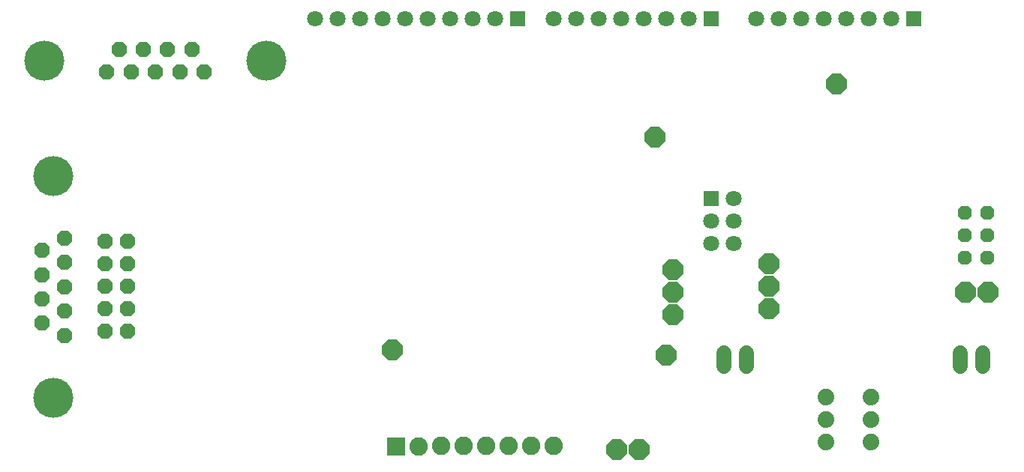
<source format=gbs>
G75*
%MOIN*%
%OFA0B0*%
%FSLAX25Y25*%
%IPPOS*%
%LPD*%
%AMOC8*
5,1,8,0,0,1.08239X$1,22.5*
%
%ADD10OC8,0.06800*%
%ADD11C,0.17800*%
%ADD12OC8,0.06200*%
%ADD13OC8,0.09300*%
%ADD14C,0.07400*%
%ADD15C,0.08200*%
%ADD16R,0.07100X0.07100*%
%ADD17C,0.07100*%
%ADD18R,0.08200X0.08200*%
%ADD19C,0.06800*%
D10*
X0036300Y0074743D03*
X0026300Y0080143D03*
X0036300Y0085543D03*
X0026300Y0090943D03*
X0036300Y0096343D03*
X0026300Y0101743D03*
X0036300Y0107143D03*
X0026300Y0112543D03*
X0036300Y0117943D03*
X0054115Y0116500D03*
X0064115Y0116500D03*
X0064115Y0106500D03*
X0054115Y0106500D03*
X0054115Y0096500D03*
X0064115Y0096500D03*
X0064115Y0086500D03*
X0054115Y0086500D03*
X0054115Y0076500D03*
X0064115Y0076500D03*
X0065717Y0192051D03*
X0076517Y0192051D03*
X0087317Y0192051D03*
X0098117Y0192051D03*
X0092717Y0202051D03*
X0081917Y0202051D03*
X0071117Y0202051D03*
X0060317Y0202051D03*
X0054917Y0192051D03*
D11*
X0031300Y0047043D03*
X0031300Y0145643D03*
X0027217Y0197051D03*
X0125817Y0197051D03*
D12*
X0436024Y0129453D03*
X0446024Y0129453D03*
X0446024Y0119453D03*
X0436024Y0119453D03*
X0436024Y0109453D03*
X0446024Y0109453D03*
D13*
X0446615Y0094000D03*
X0436615Y0094000D03*
X0349115Y0096500D03*
X0349115Y0086500D03*
X0349115Y0106500D03*
X0306615Y0104000D03*
X0306615Y0094000D03*
X0306615Y0084000D03*
X0303583Y0066067D03*
X0291615Y0024000D03*
X0281615Y0024000D03*
X0181831Y0068409D03*
X0298603Y0162878D03*
X0379115Y0186500D03*
D14*
X0374528Y0047228D03*
X0374528Y0037228D03*
X0374528Y0027228D03*
X0394528Y0027228D03*
X0394528Y0037228D03*
X0394528Y0047228D03*
D15*
X0253615Y0025500D03*
X0243615Y0025500D03*
X0233615Y0025500D03*
X0223615Y0025500D03*
X0213615Y0025500D03*
X0203615Y0025496D03*
X0193587Y0025449D03*
D16*
X0323615Y0135500D03*
X0323615Y0215500D03*
X0237615Y0215500D03*
X0413615Y0215500D03*
D17*
X0403615Y0215500D03*
X0393615Y0215500D03*
X0383615Y0215500D03*
X0373615Y0215500D03*
X0363615Y0215500D03*
X0353615Y0215500D03*
X0343615Y0215500D03*
X0313615Y0215500D03*
X0303615Y0215500D03*
X0293615Y0215500D03*
X0283615Y0215500D03*
X0273615Y0215500D03*
X0263615Y0215500D03*
X0253615Y0215500D03*
X0227615Y0215500D03*
X0217615Y0215500D03*
X0207615Y0215500D03*
X0197615Y0215500D03*
X0187615Y0215500D03*
X0177615Y0215500D03*
X0167615Y0215500D03*
X0157615Y0215500D03*
X0147615Y0215500D03*
X0323615Y0125500D03*
X0333615Y0125500D03*
X0333615Y0115500D03*
X0323615Y0115500D03*
X0333615Y0135500D03*
D18*
X0183587Y0025449D03*
D19*
X0329115Y0061000D02*
X0329115Y0067000D01*
X0339115Y0067000D02*
X0339115Y0061000D01*
X0434115Y0061000D02*
X0434115Y0067000D01*
X0444115Y0067000D02*
X0444115Y0061000D01*
M02*

</source>
